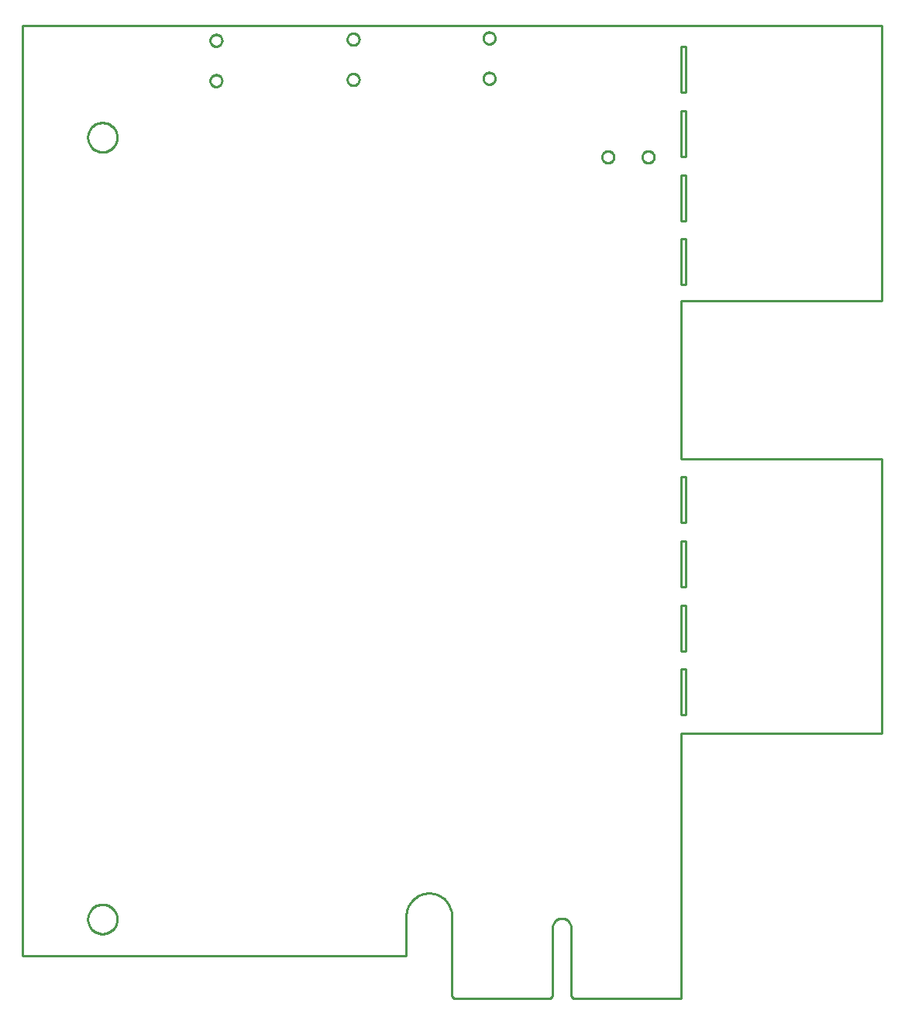
<source format=gbr>
G04 EAGLE Gerber RS-274X export*
G75*
%MOMM*%
%FSLAX34Y34*%
%LPD*%
%IN*%
%IPPOS*%
%AMOC8*
5,1,8,0,0,1.08239X$1,22.5*%
G01*
%ADD10C,0.254000*%


D10*
X-389090Y47500D02*
X29900Y47500D01*
X29900Y90500D01*
X29995Y92679D01*
X30280Y94841D01*
X30752Y96970D01*
X31408Y99051D01*
X32242Y101065D01*
X33249Y103000D01*
X34421Y104839D01*
X35749Y106570D01*
X37222Y108178D01*
X38830Y109651D01*
X40561Y110979D01*
X42400Y112151D01*
X44335Y113158D01*
X46350Y113992D01*
X48430Y114648D01*
X50559Y115120D01*
X52721Y115405D01*
X54900Y115500D01*
X57079Y115405D01*
X59241Y115120D01*
X61370Y114648D01*
X63451Y113992D01*
X65465Y113158D01*
X67400Y112151D01*
X69239Y110979D01*
X70970Y109651D01*
X72578Y108178D01*
X74051Y106570D01*
X75379Y104839D01*
X76551Y103000D01*
X77558Y101065D01*
X78392Y99051D01*
X79048Y96970D01*
X79520Y94841D01*
X79805Y92679D01*
X79900Y90500D01*
X79900Y3500D01*
X81900Y500D01*
X186900Y500D01*
X189900Y3500D01*
X189900Y78000D01*
X189938Y78872D01*
X190052Y79736D01*
X190241Y80588D01*
X190503Y81420D01*
X190837Y82226D01*
X191240Y83000D01*
X191708Y83736D01*
X192240Y84428D01*
X192829Y85071D01*
X193472Y85660D01*
X194164Y86192D01*
X194900Y86660D01*
X195674Y87063D01*
X196480Y87397D01*
X197312Y87659D01*
X198164Y87848D01*
X199028Y87962D01*
X199900Y88000D01*
X200772Y87962D01*
X201636Y87848D01*
X202488Y87659D01*
X203320Y87397D01*
X204126Y87063D01*
X204900Y86660D01*
X205636Y86192D01*
X206328Y85660D01*
X206971Y85071D01*
X207560Y84428D01*
X208092Y83736D01*
X208560Y83000D01*
X208963Y82226D01*
X209297Y81420D01*
X209559Y80588D01*
X209748Y79736D01*
X209862Y78872D01*
X209900Y78000D01*
X209900Y3500D01*
X212900Y500D01*
X330000Y500D01*
X330000Y290000D01*
X550000Y290000D01*
X550000Y590000D01*
X330000Y590000D01*
X330000Y762950D01*
X550000Y762950D01*
X550000Y1062980D01*
X-389090Y1062980D01*
X-389090Y47500D01*
X330000Y990000D02*
X335000Y990000D01*
X335000Y1040000D01*
X330000Y1040000D01*
X330000Y990000D01*
X330000Y920000D02*
X335000Y920000D01*
X335000Y970000D01*
X330000Y970000D01*
X330000Y920000D01*
X330000Y850000D02*
X335000Y850000D01*
X335000Y900000D01*
X330000Y900000D01*
X330000Y850000D01*
X330000Y780000D02*
X335000Y780000D01*
X335000Y830000D01*
X330000Y830000D01*
X330000Y780000D01*
X330000Y520000D02*
X335000Y520000D01*
X335000Y570000D01*
X330000Y570000D01*
X330000Y520000D01*
X330000Y450000D02*
X335000Y450000D01*
X335000Y500000D01*
X330000Y500000D01*
X330000Y450000D01*
X330000Y380000D02*
X335000Y380000D01*
X335000Y430000D01*
X330000Y430000D01*
X330000Y380000D01*
X330000Y310000D02*
X335000Y310000D01*
X335000Y360000D01*
X330000Y360000D01*
X330000Y310000D01*
X-285900Y86626D02*
X-285969Y85581D01*
X-286105Y84542D01*
X-286310Y83515D01*
X-286581Y82503D01*
X-286917Y81511D01*
X-287318Y80543D01*
X-287782Y79604D01*
X-288306Y78696D01*
X-288888Y77825D01*
X-289525Y76994D01*
X-290216Y76207D01*
X-290957Y75466D01*
X-291744Y74775D01*
X-292575Y74138D01*
X-293446Y73556D01*
X-294354Y73032D01*
X-295293Y72568D01*
X-296261Y72167D01*
X-297253Y71831D01*
X-298265Y71560D01*
X-299292Y71355D01*
X-300331Y71219D01*
X-301376Y71150D01*
X-302424Y71150D01*
X-303469Y71219D01*
X-304508Y71355D01*
X-305535Y71560D01*
X-306547Y71831D01*
X-307539Y72167D01*
X-308507Y72568D01*
X-309446Y73032D01*
X-310354Y73556D01*
X-311225Y74138D01*
X-312056Y74775D01*
X-312843Y75466D01*
X-313584Y76207D01*
X-314275Y76994D01*
X-314913Y77825D01*
X-315495Y78696D01*
X-316018Y79604D01*
X-316482Y80543D01*
X-316883Y81511D01*
X-317219Y82503D01*
X-317490Y83515D01*
X-317695Y84542D01*
X-317832Y85581D01*
X-317900Y86626D01*
X-317900Y87674D01*
X-317832Y88719D01*
X-317695Y89758D01*
X-317490Y90785D01*
X-317219Y91797D01*
X-316883Y92789D01*
X-316482Y93757D01*
X-316018Y94696D01*
X-315495Y95604D01*
X-314913Y96475D01*
X-314275Y97306D01*
X-313584Y98093D01*
X-312843Y98834D01*
X-312056Y99525D01*
X-311225Y100163D01*
X-310354Y100745D01*
X-309446Y101268D01*
X-308507Y101732D01*
X-307539Y102133D01*
X-306547Y102469D01*
X-305535Y102740D01*
X-304508Y102945D01*
X-303469Y103082D01*
X-302424Y103150D01*
X-301376Y103150D01*
X-300331Y103082D01*
X-299292Y102945D01*
X-298265Y102740D01*
X-297253Y102469D01*
X-296261Y102133D01*
X-295293Y101732D01*
X-294354Y101268D01*
X-293446Y100745D01*
X-292575Y100163D01*
X-291744Y99525D01*
X-290957Y98834D01*
X-290216Y98093D01*
X-289525Y97306D01*
X-288888Y96475D01*
X-288306Y95604D01*
X-287782Y94696D01*
X-287318Y93757D01*
X-286917Y92789D01*
X-286581Y91797D01*
X-286310Y90785D01*
X-286105Y89758D01*
X-285969Y88719D01*
X-285900Y87674D01*
X-285900Y86626D01*
X-285900Y940526D02*
X-285969Y939481D01*
X-286105Y938442D01*
X-286310Y937415D01*
X-286581Y936403D01*
X-286917Y935411D01*
X-287318Y934443D01*
X-287782Y933504D01*
X-288306Y932596D01*
X-288888Y931725D01*
X-289525Y930894D01*
X-290216Y930107D01*
X-290957Y929366D01*
X-291744Y928675D01*
X-292575Y928038D01*
X-293446Y927456D01*
X-294354Y926932D01*
X-295293Y926468D01*
X-296261Y926067D01*
X-297253Y925731D01*
X-298265Y925460D01*
X-299292Y925255D01*
X-300331Y925119D01*
X-301376Y925050D01*
X-302424Y925050D01*
X-303469Y925119D01*
X-304508Y925255D01*
X-305535Y925460D01*
X-306547Y925731D01*
X-307539Y926067D01*
X-308507Y926468D01*
X-309446Y926932D01*
X-310354Y927456D01*
X-311225Y928038D01*
X-312056Y928675D01*
X-312843Y929366D01*
X-313584Y930107D01*
X-314275Y930894D01*
X-314913Y931725D01*
X-315495Y932596D01*
X-316018Y933504D01*
X-316482Y934443D01*
X-316883Y935411D01*
X-317219Y936403D01*
X-317490Y937415D01*
X-317695Y938442D01*
X-317832Y939481D01*
X-317900Y940526D01*
X-317900Y941574D01*
X-317832Y942619D01*
X-317695Y943658D01*
X-317490Y944685D01*
X-317219Y945697D01*
X-316883Y946689D01*
X-316482Y947657D01*
X-316018Y948596D01*
X-315495Y949504D01*
X-314913Y950375D01*
X-314275Y951206D01*
X-313584Y951993D01*
X-312843Y952734D01*
X-312056Y953425D01*
X-311225Y954063D01*
X-310354Y954645D01*
X-309446Y955168D01*
X-308507Y955632D01*
X-307539Y956033D01*
X-306547Y956369D01*
X-305535Y956640D01*
X-304508Y956845D01*
X-303469Y956982D01*
X-302424Y957050D01*
X-301376Y957050D01*
X-300331Y956982D01*
X-299292Y956845D01*
X-298265Y956640D01*
X-297253Y956369D01*
X-296261Y956033D01*
X-295293Y955632D01*
X-294354Y955168D01*
X-293446Y954645D01*
X-292575Y954063D01*
X-291744Y953425D01*
X-290957Y952734D01*
X-290216Y951993D01*
X-289525Y951206D01*
X-288888Y950375D01*
X-288306Y949504D01*
X-287782Y948596D01*
X-287318Y947657D01*
X-286917Y946689D01*
X-286581Y945697D01*
X-286310Y944685D01*
X-286105Y943658D01*
X-285969Y942619D01*
X-285900Y941574D01*
X-285900Y940526D01*
X-171300Y1046571D02*
X-171363Y1045935D01*
X-171487Y1045309D01*
X-171673Y1044698D01*
X-171917Y1044108D01*
X-172218Y1043544D01*
X-172573Y1043013D01*
X-172978Y1042520D01*
X-173430Y1042068D01*
X-173923Y1041663D01*
X-174454Y1041308D01*
X-175018Y1041007D01*
X-175608Y1040763D01*
X-176219Y1040577D01*
X-176845Y1040453D01*
X-177481Y1040390D01*
X-178119Y1040390D01*
X-178755Y1040453D01*
X-179381Y1040577D01*
X-179992Y1040763D01*
X-180582Y1041007D01*
X-181146Y1041308D01*
X-181677Y1041663D01*
X-182170Y1042068D01*
X-182622Y1042520D01*
X-183027Y1043013D01*
X-183382Y1043544D01*
X-183683Y1044108D01*
X-183927Y1044698D01*
X-184113Y1045309D01*
X-184237Y1045935D01*
X-184300Y1046571D01*
X-184300Y1047209D01*
X-184237Y1047845D01*
X-184113Y1048471D01*
X-183927Y1049082D01*
X-183683Y1049672D01*
X-183382Y1050236D01*
X-183027Y1050767D01*
X-182622Y1051260D01*
X-182170Y1051712D01*
X-181677Y1052117D01*
X-181146Y1052472D01*
X-180582Y1052773D01*
X-179992Y1053017D01*
X-179381Y1053203D01*
X-178755Y1053327D01*
X-178119Y1053390D01*
X-177481Y1053390D01*
X-176845Y1053327D01*
X-176219Y1053203D01*
X-175608Y1053017D01*
X-175018Y1052773D01*
X-174454Y1052472D01*
X-173923Y1052117D01*
X-173430Y1051712D01*
X-172978Y1051260D01*
X-172573Y1050767D01*
X-172218Y1050236D01*
X-171917Y1049672D01*
X-171673Y1049082D01*
X-171487Y1048471D01*
X-171363Y1047845D01*
X-171300Y1047209D01*
X-171300Y1046571D01*
X-171300Y1002571D02*
X-171363Y1001935D01*
X-171487Y1001309D01*
X-171673Y1000698D01*
X-171917Y1000108D01*
X-172218Y999544D01*
X-172573Y999013D01*
X-172978Y998520D01*
X-173430Y998068D01*
X-173923Y997663D01*
X-174454Y997308D01*
X-175018Y997007D01*
X-175608Y996763D01*
X-176219Y996577D01*
X-176845Y996453D01*
X-177481Y996390D01*
X-178119Y996390D01*
X-178755Y996453D01*
X-179381Y996577D01*
X-179992Y996763D01*
X-180582Y997007D01*
X-181146Y997308D01*
X-181677Y997663D01*
X-182170Y998068D01*
X-182622Y998520D01*
X-183027Y999013D01*
X-183382Y999544D01*
X-183683Y1000108D01*
X-183927Y1000698D01*
X-184113Y1001309D01*
X-184237Y1001935D01*
X-184300Y1002571D01*
X-184300Y1003209D01*
X-184237Y1003845D01*
X-184113Y1004471D01*
X-183927Y1005082D01*
X-183683Y1005672D01*
X-183382Y1006236D01*
X-183027Y1006767D01*
X-182622Y1007260D01*
X-182170Y1007712D01*
X-181677Y1008117D01*
X-181146Y1008472D01*
X-180582Y1008773D01*
X-179992Y1009017D01*
X-179381Y1009203D01*
X-178755Y1009327D01*
X-178119Y1009390D01*
X-177481Y1009390D01*
X-176845Y1009327D01*
X-176219Y1009203D01*
X-175608Y1009017D01*
X-175018Y1008773D01*
X-174454Y1008472D01*
X-173923Y1008117D01*
X-173430Y1007712D01*
X-172978Y1007260D01*
X-172573Y1006767D01*
X-172218Y1006236D01*
X-171917Y1005672D01*
X-171673Y1005082D01*
X-171487Y1004471D01*
X-171363Y1003845D01*
X-171300Y1003209D01*
X-171300Y1002571D01*
X-21440Y1047841D02*
X-21503Y1047205D01*
X-21627Y1046579D01*
X-21813Y1045968D01*
X-22057Y1045378D01*
X-22358Y1044814D01*
X-22713Y1044283D01*
X-23118Y1043790D01*
X-23570Y1043338D01*
X-24063Y1042933D01*
X-24594Y1042578D01*
X-25158Y1042277D01*
X-25748Y1042033D01*
X-26359Y1041847D01*
X-26985Y1041723D01*
X-27621Y1041660D01*
X-28259Y1041660D01*
X-28895Y1041723D01*
X-29521Y1041847D01*
X-30132Y1042033D01*
X-30722Y1042277D01*
X-31286Y1042578D01*
X-31817Y1042933D01*
X-32310Y1043338D01*
X-32762Y1043790D01*
X-33167Y1044283D01*
X-33522Y1044814D01*
X-33823Y1045378D01*
X-34067Y1045968D01*
X-34253Y1046579D01*
X-34377Y1047205D01*
X-34440Y1047841D01*
X-34440Y1048479D01*
X-34377Y1049115D01*
X-34253Y1049741D01*
X-34067Y1050352D01*
X-33823Y1050942D01*
X-33522Y1051506D01*
X-33167Y1052037D01*
X-32762Y1052530D01*
X-32310Y1052982D01*
X-31817Y1053387D01*
X-31286Y1053742D01*
X-30722Y1054043D01*
X-30132Y1054287D01*
X-29521Y1054473D01*
X-28895Y1054597D01*
X-28259Y1054660D01*
X-27621Y1054660D01*
X-26985Y1054597D01*
X-26359Y1054473D01*
X-25748Y1054287D01*
X-25158Y1054043D01*
X-24594Y1053742D01*
X-24063Y1053387D01*
X-23570Y1052982D01*
X-23118Y1052530D01*
X-22713Y1052037D01*
X-22358Y1051506D01*
X-22057Y1050942D01*
X-21813Y1050352D01*
X-21627Y1049741D01*
X-21503Y1049115D01*
X-21440Y1048479D01*
X-21440Y1047841D01*
X-21440Y1003841D02*
X-21503Y1003205D01*
X-21627Y1002579D01*
X-21813Y1001968D01*
X-22057Y1001378D01*
X-22358Y1000814D01*
X-22713Y1000283D01*
X-23118Y999790D01*
X-23570Y999338D01*
X-24063Y998933D01*
X-24594Y998578D01*
X-25158Y998277D01*
X-25748Y998033D01*
X-26359Y997847D01*
X-26985Y997723D01*
X-27621Y997660D01*
X-28259Y997660D01*
X-28895Y997723D01*
X-29521Y997847D01*
X-30132Y998033D01*
X-30722Y998277D01*
X-31286Y998578D01*
X-31817Y998933D01*
X-32310Y999338D01*
X-32762Y999790D01*
X-33167Y1000283D01*
X-33522Y1000814D01*
X-33823Y1001378D01*
X-34067Y1001968D01*
X-34253Y1002579D01*
X-34377Y1003205D01*
X-34440Y1003841D01*
X-34440Y1004479D01*
X-34377Y1005115D01*
X-34253Y1005741D01*
X-34067Y1006352D01*
X-33823Y1006942D01*
X-33522Y1007506D01*
X-33167Y1008037D01*
X-32762Y1008530D01*
X-32310Y1008982D01*
X-31817Y1009387D01*
X-31286Y1009742D01*
X-30722Y1010043D01*
X-30132Y1010287D01*
X-29521Y1010473D01*
X-28895Y1010597D01*
X-28259Y1010660D01*
X-27621Y1010660D01*
X-26985Y1010597D01*
X-26359Y1010473D01*
X-25748Y1010287D01*
X-25158Y1010043D01*
X-24594Y1009742D01*
X-24063Y1009387D01*
X-23570Y1008982D01*
X-23118Y1008530D01*
X-22713Y1008037D01*
X-22358Y1007506D01*
X-22057Y1006942D01*
X-21813Y1006352D01*
X-21627Y1005741D01*
X-21503Y1005115D01*
X-21440Y1004479D01*
X-21440Y1003841D01*
X127150Y1049111D02*
X127087Y1048475D01*
X126963Y1047849D01*
X126777Y1047238D01*
X126533Y1046648D01*
X126232Y1046084D01*
X125877Y1045553D01*
X125472Y1045060D01*
X125020Y1044608D01*
X124527Y1044203D01*
X123996Y1043848D01*
X123432Y1043547D01*
X122842Y1043303D01*
X122231Y1043117D01*
X121605Y1042993D01*
X120969Y1042930D01*
X120331Y1042930D01*
X119695Y1042993D01*
X119069Y1043117D01*
X118458Y1043303D01*
X117868Y1043547D01*
X117304Y1043848D01*
X116773Y1044203D01*
X116280Y1044608D01*
X115828Y1045060D01*
X115423Y1045553D01*
X115068Y1046084D01*
X114767Y1046648D01*
X114523Y1047238D01*
X114337Y1047849D01*
X114213Y1048475D01*
X114150Y1049111D01*
X114150Y1049749D01*
X114213Y1050385D01*
X114337Y1051011D01*
X114523Y1051622D01*
X114767Y1052212D01*
X115068Y1052776D01*
X115423Y1053307D01*
X115828Y1053800D01*
X116280Y1054252D01*
X116773Y1054657D01*
X117304Y1055012D01*
X117868Y1055313D01*
X118458Y1055557D01*
X119069Y1055743D01*
X119695Y1055867D01*
X120331Y1055930D01*
X120969Y1055930D01*
X121605Y1055867D01*
X122231Y1055743D01*
X122842Y1055557D01*
X123432Y1055313D01*
X123996Y1055012D01*
X124527Y1054657D01*
X125020Y1054252D01*
X125472Y1053800D01*
X125877Y1053307D01*
X126232Y1052776D01*
X126533Y1052212D01*
X126777Y1051622D01*
X126963Y1051011D01*
X127087Y1050385D01*
X127150Y1049749D01*
X127150Y1049111D01*
X127150Y1005111D02*
X127087Y1004475D01*
X126963Y1003849D01*
X126777Y1003238D01*
X126533Y1002648D01*
X126232Y1002084D01*
X125877Y1001553D01*
X125472Y1001060D01*
X125020Y1000608D01*
X124527Y1000203D01*
X123996Y999848D01*
X123432Y999547D01*
X122842Y999303D01*
X122231Y999117D01*
X121605Y998993D01*
X120969Y998930D01*
X120331Y998930D01*
X119695Y998993D01*
X119069Y999117D01*
X118458Y999303D01*
X117868Y999547D01*
X117304Y999848D01*
X116773Y1000203D01*
X116280Y1000608D01*
X115828Y1001060D01*
X115423Y1001553D01*
X115068Y1002084D01*
X114767Y1002648D01*
X114523Y1003238D01*
X114337Y1003849D01*
X114213Y1004475D01*
X114150Y1005111D01*
X114150Y1005749D01*
X114213Y1006385D01*
X114337Y1007011D01*
X114523Y1007622D01*
X114767Y1008212D01*
X115068Y1008776D01*
X115423Y1009307D01*
X115828Y1009800D01*
X116280Y1010252D01*
X116773Y1010657D01*
X117304Y1011012D01*
X117868Y1011313D01*
X118458Y1011557D01*
X119069Y1011743D01*
X119695Y1011867D01*
X120331Y1011930D01*
X120969Y1011930D01*
X121605Y1011867D01*
X122231Y1011743D01*
X122842Y1011557D01*
X123432Y1011313D01*
X123996Y1011012D01*
X124527Y1010657D01*
X125020Y1010252D01*
X125472Y1009800D01*
X125877Y1009307D01*
X126232Y1008776D01*
X126533Y1008212D01*
X126777Y1007622D01*
X126963Y1007011D01*
X127087Y1006385D01*
X127150Y1005749D01*
X127150Y1005111D01*
X294121Y913130D02*
X293485Y913193D01*
X292859Y913317D01*
X292248Y913503D01*
X291658Y913747D01*
X291094Y914048D01*
X290563Y914403D01*
X290070Y914808D01*
X289618Y915260D01*
X289213Y915753D01*
X288858Y916284D01*
X288557Y916848D01*
X288313Y917438D01*
X288127Y918049D01*
X288003Y918675D01*
X287940Y919311D01*
X287940Y919949D01*
X288003Y920585D01*
X288127Y921211D01*
X288313Y921822D01*
X288557Y922412D01*
X288858Y922976D01*
X289213Y923507D01*
X289618Y924000D01*
X290070Y924452D01*
X290563Y924857D01*
X291094Y925212D01*
X291658Y925513D01*
X292248Y925757D01*
X292859Y925943D01*
X293485Y926067D01*
X294121Y926130D01*
X294759Y926130D01*
X295395Y926067D01*
X296021Y925943D01*
X296632Y925757D01*
X297222Y925513D01*
X297786Y925212D01*
X298317Y924857D01*
X298810Y924452D01*
X299262Y924000D01*
X299667Y923507D01*
X300022Y922976D01*
X300323Y922412D01*
X300567Y921822D01*
X300753Y921211D01*
X300877Y920585D01*
X300940Y919949D01*
X300940Y919311D01*
X300877Y918675D01*
X300753Y918049D01*
X300567Y917438D01*
X300323Y916848D01*
X300022Y916284D01*
X299667Y915753D01*
X299262Y915260D01*
X298810Y914808D01*
X298317Y914403D01*
X297786Y914048D01*
X297222Y913747D01*
X296632Y913503D01*
X296021Y913317D01*
X295395Y913193D01*
X294759Y913130D01*
X294121Y913130D01*
X250121Y913130D02*
X249485Y913193D01*
X248859Y913317D01*
X248248Y913503D01*
X247658Y913747D01*
X247094Y914048D01*
X246563Y914403D01*
X246070Y914808D01*
X245618Y915260D01*
X245213Y915753D01*
X244858Y916284D01*
X244557Y916848D01*
X244313Y917438D01*
X244127Y918049D01*
X244003Y918675D01*
X243940Y919311D01*
X243940Y919949D01*
X244003Y920585D01*
X244127Y921211D01*
X244313Y921822D01*
X244557Y922412D01*
X244858Y922976D01*
X245213Y923507D01*
X245618Y924000D01*
X246070Y924452D01*
X246563Y924857D01*
X247094Y925212D01*
X247658Y925513D01*
X248248Y925757D01*
X248859Y925943D01*
X249485Y926067D01*
X250121Y926130D01*
X250759Y926130D01*
X251395Y926067D01*
X252021Y925943D01*
X252632Y925757D01*
X253222Y925513D01*
X253786Y925212D01*
X254317Y924857D01*
X254810Y924452D01*
X255262Y924000D01*
X255667Y923507D01*
X256022Y922976D01*
X256323Y922412D01*
X256567Y921822D01*
X256753Y921211D01*
X256877Y920585D01*
X256940Y919949D01*
X256940Y919311D01*
X256877Y918675D01*
X256753Y918049D01*
X256567Y917438D01*
X256323Y916848D01*
X256022Y916284D01*
X255667Y915753D01*
X255262Y915260D01*
X254810Y914808D01*
X254317Y914403D01*
X253786Y914048D01*
X253222Y913747D01*
X252632Y913503D01*
X252021Y913317D01*
X251395Y913193D01*
X250759Y913130D01*
X250121Y913130D01*
M02*

</source>
